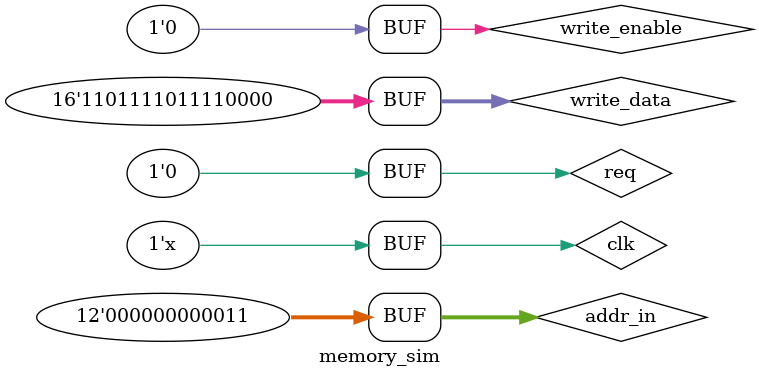
<source format=sv>
`timescale 1ns / 1ps

module memory_sim();
  logic        clk = 0;
  logic        req;
  logic [11:0] addr_in;
  logic        data_ready;
  logic [15:0] data_out;
  logic        write_enable;
  logic [15:0] write_data;
  logic [11:0] write_result_addr;

  memory m0 (
    .clk(clk),
    .req(req),
    .addr_in(addr_in),
    .data_ready(data_ready),
    .data_out(data_out),
    .write_enable(write_enable),
    .write_data(write_data),
    .write_result_addr(write_result_addr)
  );

  always #10 clk = ~clk;

  initial begin
    write_data = 16'hBEEF;
    write_enable = 1;
    #20;
    write_data = 16'hDEAD;
    #20;
    write_data = 16'hDEF0;
    #20;
    write_enable = 0;
    #20;
    req = 1;
    addr_in = 12'h001;
    #20;
    req = 0;
    #20;
    req = 1;
    addr_in = 12'h002;
    #20;
    req = 0;
    #20;
    req = 1;
    addr_in = 12'h003;
    #20;
    req = 0;
  end

endmodule

</source>
